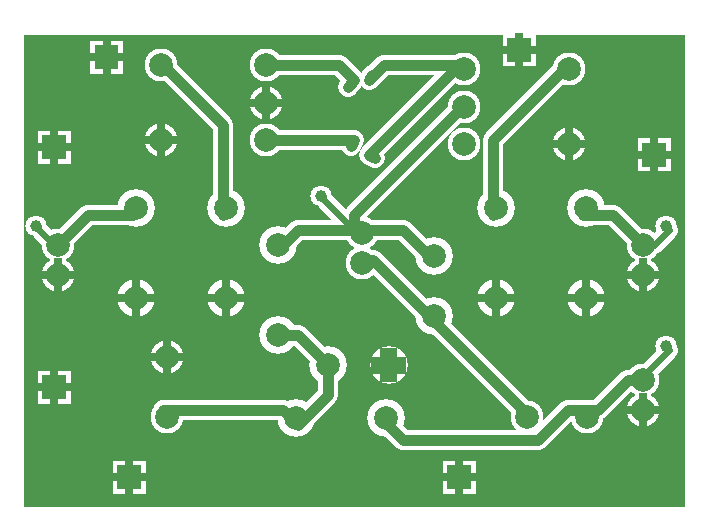
<source format=gbr>
%FSLAX34Y34*%
%MOMM*%
%LNCOPPER_BOTTOM*%
G71*
G01*
%ADD10C,2.800*%
%ADD11C,3.200*%
%ADD12C,2.800*%
%ADD13C,1.700*%
%ADD14C,1.800*%
%ADD15C,1.400*%
%ADD16C,0.680*%
%ADD17C,1.467*%
%ADD18C,0.667*%
%ADD19C,2.000*%
%ADD20C,2.000*%
%ADD21C,0.900*%
%ADD22C,4.300*%
%ADD23C,1.000*%
%ADD24C,0.600*%
%LPD*%
G36*
X-279400Y165100D02*
X280600Y165100D01*
X280600Y-234900D01*
X-279400Y-234900D01*
X-279400Y165100D01*
G37*
%LPC*%
X6350Y-3050D02*
G54D10*
D03*
X6350Y-28450D02*
G54D10*
D03*
X-158750Y-107950D02*
G54D10*
D03*
X-158750Y-158750D02*
G54D10*
D03*
X146050Y-158750D02*
G54D10*
D03*
X196850Y-158750D02*
G54D10*
D03*
X-64083Y-13184D02*
G54D11*
D03*
X-64133Y-89434D02*
G54D11*
D03*
X-64083Y-13184D02*
G54D12*
D03*
X67931Y-22198D02*
G54D11*
D03*
X68043Y-73179D02*
G54D11*
D03*
X67931Y-22198D02*
G54D12*
D03*
X29203Y-114626D02*
G54D11*
D03*
X-21778Y-114739D02*
G54D11*
D03*
X29203Y-114626D02*
G54D12*
D03*
X27416Y-159362D02*
G54D11*
D03*
X-48834Y-159312D02*
G54D11*
D03*
X27416Y-159361D02*
G54D12*
D03*
X-184733Y18566D02*
G54D11*
D03*
X-184783Y-57684D02*
G54D11*
D03*
X-184733Y18566D02*
G54D12*
D03*
X-108542Y18492D02*
G54D11*
D03*
X-184792Y18542D02*
G54D11*
D03*
X-108542Y18492D02*
G54D12*
D03*
X-108542Y18492D02*
G54D11*
D03*
X-108592Y-57758D02*
G54D11*
D03*
X-108542Y18492D02*
G54D12*
D03*
X120067Y18566D02*
G54D11*
D03*
X120017Y-57684D02*
G54D11*
D03*
X120067Y18566D02*
G54D12*
D03*
X196258Y18492D02*
G54D11*
D03*
X120008Y18542D02*
G54D11*
D03*
X196258Y18492D02*
G54D12*
D03*
X196258Y18492D02*
G54D11*
D03*
X196208Y-57758D02*
G54D11*
D03*
X196258Y18492D02*
G54D12*
D03*
X-250377Y-13139D02*
G54D10*
D03*
X-250377Y-38539D02*
G54D10*
D03*
X244923Y-13139D02*
G54D10*
D03*
X244923Y-38539D02*
G54D10*
D03*
G54D13*
X244923Y-13139D02*
X219523Y12261D01*
X194123Y12261D01*
X196258Y18492D01*
G54D13*
X27416Y-159361D02*
X29023Y-165539D01*
X41723Y-178239D01*
X156023Y-178239D01*
X181423Y-152839D01*
X194123Y-152839D01*
X196850Y-158750D01*
G54D13*
X68043Y-73179D02*
X67123Y-76639D01*
X143323Y-152839D01*
X146050Y-158750D01*
G54D13*
X68043Y-73179D02*
X67123Y-76639D01*
X16323Y-25839D01*
X3623Y-25839D01*
X6350Y-28450D01*
G54D13*
X67931Y-22198D02*
X67123Y-25839D01*
X41723Y-439D01*
X3623Y-439D01*
X6350Y-3050D01*
G54D13*
X-64083Y-13184D02*
X-59877Y-13139D01*
X-47177Y-439D01*
X3623Y-439D01*
X6350Y-3050D01*
G54D13*
X-21778Y-114739D02*
X-21777Y-114739D01*
X-47177Y-89339D01*
X-59877Y-89339D01*
X-64133Y-89434D01*
G54D13*
X-48834Y-159312D02*
X-47177Y-165539D01*
X-59877Y-152839D01*
X-161477Y-152839D01*
X-158750Y-158750D01*
X244923Y-127439D02*
G54D10*
D03*
X244923Y-152839D02*
G54D10*
D03*
G54D13*
X244923Y-127439D02*
X232223Y-127439D01*
X206823Y-152839D01*
X194123Y-152839D01*
X196850Y-158750D01*
X-163150Y139173D02*
G54D10*
D03*
X-163150Y75673D02*
G54D10*
D03*
X-74250Y139173D02*
G54D10*
D03*
X-74250Y107423D02*
G54D10*
D03*
X-74250Y75673D02*
G54D10*
D03*
X182290Y72380D02*
G54D10*
D03*
X182290Y135880D02*
G54D10*
D03*
X93390Y72380D02*
G54D10*
D03*
X93390Y104130D02*
G54D10*
D03*
X93390Y135880D02*
G54D10*
D03*
G54D13*
X-250377Y-13139D02*
X-224977Y12261D01*
X-186877Y12261D01*
X-184792Y18542D01*
G54D13*
X-163150Y139173D02*
X-161477Y139261D01*
X-110677Y88461D01*
X-110677Y12261D01*
X-108542Y18492D01*
G54D13*
X182290Y135880D02*
X181423Y139261D01*
X117923Y75761D01*
X117923Y12261D01*
X120008Y18542D01*
G54D13*
X-48834Y-159312D02*
X-47177Y-165539D01*
X-21777Y-140139D01*
X-21777Y-114739D01*
X-21778Y-114739D01*
G36*
X-268000Y83900D02*
X-240000Y83900D01*
X-240000Y55900D01*
X-268000Y55900D01*
X-268000Y83900D01*
G37*
G36*
X-268000Y-119300D02*
X-240000Y-119300D01*
X-240000Y-147300D01*
X-268000Y-147300D01*
X-268000Y-119300D01*
G37*
G36*
X-204500Y-195500D02*
X-176500Y-195500D01*
X-176500Y-223500D01*
X-204500Y-223500D01*
X-204500Y-195500D01*
G37*
G36*
X74900Y-195500D02*
X102900Y-195500D01*
X102900Y-223500D01*
X74900Y-223500D01*
X74900Y-195500D01*
G37*
G36*
X125700Y166450D02*
X153700Y166450D01*
X153700Y138450D01*
X125700Y138450D01*
X125700Y166450D01*
G37*
G36*
X-223550Y160100D02*
X-195550Y160100D01*
X-195550Y132100D01*
X-223550Y132100D01*
X-223550Y160100D01*
G37*
G36*
X240000Y77550D02*
X268000Y77550D01*
X268000Y49550D01*
X240000Y49550D01*
X240000Y77550D01*
G37*
G54D13*
X-2488Y70530D02*
X0Y76200D01*
X-76200Y76200D01*
X-74250Y75673D01*
G54D13*
X-5033Y121144D02*
X0Y127000D01*
X-12700Y139700D01*
X-76200Y139700D01*
X-74250Y139173D01*
G54D13*
X17512Y60530D02*
X12700Y63500D01*
X88900Y139700D01*
X93390Y135880D01*
G54D13*
X14967Y131144D02*
X12700Y127000D01*
X25400Y139700D01*
X88900Y139700D01*
X93390Y135880D01*
G54D13*
X93390Y104130D02*
X88900Y101600D01*
X0Y12700D01*
X0Y0D01*
X6350Y-3050D01*
X-269100Y3010D02*
G54D14*
D03*
X264300Y3010D02*
G54D14*
D03*
X-27800Y28410D02*
G54D14*
D03*
X264300Y-98590D02*
G54D14*
D03*
G54D15*
X-269100Y3010D02*
X-266700Y0D01*
X-254000Y-12700D01*
X-247650Y-12700D01*
X-250377Y-13139D01*
G54D15*
X-27800Y28410D02*
X-25400Y25400D01*
X0Y0D01*
X6350Y0D01*
X6350Y-3050D01*
G54D15*
X264300Y3010D02*
X266700Y0D01*
X254000Y-12700D01*
X247650Y-12700D01*
X244923Y-13139D01*
G54D15*
X264300Y-98590D02*
X266700Y-101600D01*
X247650Y-120650D01*
X247650Y-127000D01*
X244923Y-127439D01*
%LPD*%
G54D16*
G36*
X-158750Y-104550D02*
X-144250Y-104550D01*
X-144250Y-111350D01*
X-158750Y-111350D01*
X-158750Y-104550D01*
G37*
G36*
X-155350Y-107950D02*
X-155350Y-122450D01*
X-162150Y-122450D01*
X-162150Y-107950D01*
X-155350Y-107950D01*
G37*
G36*
X-158750Y-111350D02*
X-173250Y-111350D01*
X-173250Y-104550D01*
X-158750Y-104550D01*
X-158750Y-111350D01*
G37*
G36*
X-162150Y-107950D02*
X-162150Y-93450D01*
X-155350Y-93450D01*
X-155350Y-107950D01*
X-162150Y-107950D01*
G37*
G54D17*
G36*
X21870Y-114626D02*
X21870Y-100126D01*
X36536Y-100126D01*
X36536Y-114626D01*
X21870Y-114626D01*
G37*
G36*
X29203Y-107293D02*
X43703Y-107293D01*
X43703Y-121960D01*
X29203Y-121960D01*
X29203Y-107293D01*
G37*
G36*
X36536Y-114626D02*
X36536Y-129126D01*
X21870Y-129126D01*
X21870Y-114626D01*
X36536Y-114626D01*
G37*
G36*
X29203Y-121960D02*
X14703Y-121960D01*
X14703Y-107293D01*
X29203Y-107293D01*
X29203Y-121960D01*
G37*
G54D18*
G36*
X-184783Y-54351D02*
X-168283Y-54351D01*
X-168283Y-61017D01*
X-184783Y-61017D01*
X-184783Y-54351D01*
G37*
G36*
X-181450Y-57684D02*
X-181450Y-74184D01*
X-188116Y-74184D01*
X-188116Y-57684D01*
X-181450Y-57684D01*
G37*
G36*
X-184783Y-61017D02*
X-201283Y-61017D01*
X-201283Y-54351D01*
X-184783Y-54351D01*
X-184783Y-61017D01*
G37*
G36*
X-188116Y-57684D02*
X-188116Y-41184D01*
X-181450Y-41184D01*
X-181450Y-57684D01*
X-188116Y-57684D01*
G37*
G54D16*
G36*
X-108592Y-54358D02*
X-92092Y-54358D01*
X-92092Y-61158D01*
X-108592Y-61158D01*
X-108592Y-54358D01*
G37*
G36*
X-105192Y-57758D02*
X-105192Y-74258D01*
X-111992Y-74258D01*
X-111992Y-57758D01*
X-105192Y-57758D01*
G37*
G36*
X-108592Y-61158D02*
X-125092Y-61158D01*
X-125092Y-54358D01*
X-108592Y-54358D01*
X-108592Y-61158D01*
G37*
G36*
X-111992Y-57758D02*
X-111992Y-41258D01*
X-105192Y-41258D01*
X-105192Y-57758D01*
X-111992Y-57758D01*
G37*
G54D18*
G36*
X120017Y-54351D02*
X136517Y-54351D01*
X136517Y-61017D01*
X120017Y-61017D01*
X120017Y-54351D01*
G37*
G36*
X123350Y-57684D02*
X123350Y-74184D01*
X116684Y-74184D01*
X116684Y-57684D01*
X123350Y-57684D01*
G37*
G36*
X120017Y-61017D02*
X103517Y-61017D01*
X103517Y-54351D01*
X120017Y-54351D01*
X120017Y-61017D01*
G37*
G36*
X116684Y-57684D02*
X116684Y-41184D01*
X123350Y-41184D01*
X123350Y-57684D01*
X116684Y-57684D01*
G37*
G54D16*
G36*
X196208Y-54358D02*
X212708Y-54358D01*
X212708Y-61158D01*
X196208Y-61158D01*
X196208Y-54358D01*
G37*
G36*
X199608Y-57758D02*
X199608Y-74258D01*
X192808Y-74258D01*
X192808Y-57758D01*
X199608Y-57758D01*
G37*
G36*
X196208Y-61158D02*
X179708Y-61158D01*
X179708Y-54358D01*
X196208Y-54358D01*
X196208Y-61158D01*
G37*
G36*
X192808Y-57758D02*
X192808Y-41258D01*
X199608Y-41258D01*
X199608Y-57758D01*
X192808Y-57758D01*
G37*
G54D18*
G36*
X-253710Y-38539D02*
X-253710Y-24039D01*
X-247044Y-24039D01*
X-247044Y-38539D01*
X-253710Y-38539D01*
G37*
G36*
X-250377Y-35206D02*
X-235877Y-35206D01*
X-235877Y-41872D01*
X-250377Y-41872D01*
X-250377Y-35206D01*
G37*
G36*
X-247044Y-38539D02*
X-247044Y-53039D01*
X-253710Y-53039D01*
X-253710Y-38539D01*
X-247044Y-38539D01*
G37*
G36*
X-250377Y-41872D02*
X-264877Y-41872D01*
X-264877Y-35206D01*
X-250377Y-35206D01*
X-250377Y-41872D01*
G37*
G54D18*
G36*
X241590Y-38539D02*
X241590Y-24039D01*
X248256Y-24039D01*
X248256Y-38539D01*
X241590Y-38539D01*
G37*
G36*
X244923Y-35206D02*
X259423Y-35206D01*
X259423Y-41872D01*
X244923Y-41872D01*
X244923Y-35206D01*
G37*
G36*
X248256Y-38539D02*
X248256Y-53039D01*
X241590Y-53039D01*
X241590Y-38539D01*
X248256Y-38539D01*
G37*
G36*
X244923Y-41872D02*
X230423Y-41872D01*
X230423Y-35206D01*
X244923Y-35206D01*
X244923Y-41872D01*
G37*
G54D18*
G36*
X241590Y-152839D02*
X241590Y-138339D01*
X248256Y-138339D01*
X248256Y-152839D01*
X241590Y-152839D01*
G37*
G36*
X244923Y-149506D02*
X259423Y-149506D01*
X259423Y-156172D01*
X244923Y-156172D01*
X244923Y-149506D01*
G37*
G36*
X248256Y-152839D02*
X248256Y-167339D01*
X241590Y-167339D01*
X241590Y-152839D01*
X248256Y-152839D01*
G37*
G36*
X244923Y-156172D02*
X230423Y-156172D01*
X230423Y-149506D01*
X244923Y-149506D01*
X244923Y-156172D01*
G37*
G54D18*
G36*
X-166483Y75673D02*
X-166483Y90173D01*
X-159817Y90173D01*
X-159817Y75673D01*
X-166483Y75673D01*
G37*
G36*
X-163150Y79006D02*
X-148650Y79006D01*
X-148650Y72340D01*
X-163150Y72340D01*
X-163150Y79006D01*
G37*
G36*
X-159817Y75673D02*
X-159817Y61173D01*
X-166483Y61173D01*
X-166483Y75673D01*
X-159817Y75673D01*
G37*
G36*
X-163150Y72340D02*
X-177650Y72340D01*
X-177650Y79006D01*
X-163150Y79006D01*
X-163150Y72340D01*
G37*
G54D18*
G36*
X-77583Y107423D02*
X-77583Y121923D01*
X-70917Y121923D01*
X-70917Y107423D01*
X-77583Y107423D01*
G37*
G36*
X-74250Y110756D02*
X-59750Y110756D01*
X-59750Y104090D01*
X-74250Y104090D01*
X-74250Y110756D01*
G37*
G36*
X-70917Y107423D02*
X-70917Y92923D01*
X-77583Y92923D01*
X-77583Y107423D01*
X-70917Y107423D01*
G37*
G36*
X-74250Y104090D02*
X-88750Y104090D01*
X-88750Y110756D01*
X-74250Y110756D01*
X-74250Y104090D01*
G37*
G54D18*
G36*
X185623Y72380D02*
X185623Y57880D01*
X178957Y57880D01*
X178957Y72380D01*
X185623Y72380D01*
G37*
G36*
X182290Y69047D02*
X167790Y69047D01*
X167790Y75713D01*
X182290Y75713D01*
X182290Y69047D01*
G37*
G36*
X178957Y72380D02*
X178957Y86880D01*
X185623Y86880D01*
X185623Y72380D01*
X178957Y72380D01*
G37*
G36*
X182290Y75713D02*
X196790Y75713D01*
X196790Y69047D01*
X182290Y69047D01*
X182290Y75713D01*
G37*
G54D18*
G36*
X-257333Y69900D02*
X-257333Y84400D01*
X-250667Y84400D01*
X-250667Y69900D01*
X-257333Y69900D01*
G37*
G36*
X-254000Y73233D02*
X-239500Y73233D01*
X-239500Y66567D01*
X-254000Y66567D01*
X-254000Y73233D01*
G37*
G36*
X-250667Y69900D02*
X-250667Y55400D01*
X-257333Y55400D01*
X-257333Y69900D01*
X-250667Y69900D01*
G37*
G36*
X-254000Y66567D02*
X-268500Y66567D01*
X-268500Y73233D01*
X-254000Y73233D01*
X-254000Y66567D01*
G37*
G54D18*
G36*
X-257333Y-133300D02*
X-257333Y-118800D01*
X-250667Y-118800D01*
X-250667Y-133300D01*
X-257333Y-133300D01*
G37*
G36*
X-254000Y-129967D02*
X-239500Y-129967D01*
X-239500Y-136633D01*
X-254000Y-136633D01*
X-254000Y-129967D01*
G37*
G36*
X-250667Y-133300D02*
X-250667Y-147800D01*
X-257333Y-147800D01*
X-257333Y-133300D01*
X-250667Y-133300D01*
G37*
G36*
X-254000Y-136633D02*
X-268500Y-136633D01*
X-268500Y-129967D01*
X-254000Y-129967D01*
X-254000Y-136633D01*
G37*
G54D18*
G36*
X-193833Y-209500D02*
X-193833Y-195000D01*
X-187167Y-195000D01*
X-187167Y-209500D01*
X-193833Y-209500D01*
G37*
G36*
X-190500Y-206167D02*
X-176000Y-206167D01*
X-176000Y-212833D01*
X-190500Y-212833D01*
X-190500Y-206167D01*
G37*
G36*
X-187167Y-209500D02*
X-187167Y-224000D01*
X-193833Y-224000D01*
X-193833Y-209500D01*
X-187167Y-209500D01*
G37*
G36*
X-190500Y-212833D02*
X-205000Y-212833D01*
X-205000Y-206167D01*
X-190500Y-206167D01*
X-190500Y-212833D01*
G37*
G54D18*
G36*
X85567Y-209500D02*
X85567Y-195000D01*
X92233Y-195000D01*
X92233Y-209500D01*
X85567Y-209500D01*
G37*
G36*
X88900Y-206167D02*
X103400Y-206167D01*
X103400Y-212833D01*
X88900Y-212833D01*
X88900Y-206167D01*
G37*
G36*
X92233Y-209500D02*
X92233Y-224000D01*
X85567Y-224000D01*
X85567Y-209500D01*
X92233Y-209500D01*
G37*
G36*
X88900Y-212833D02*
X74400Y-212833D01*
X74400Y-206167D01*
X88900Y-206167D01*
X88900Y-212833D01*
G37*
G54D18*
G36*
X136367Y152450D02*
X136367Y166950D01*
X143033Y166950D01*
X143033Y152450D01*
X136367Y152450D01*
G37*
G36*
X139700Y155783D02*
X154200Y155783D01*
X154200Y149117D01*
X139700Y149117D01*
X139700Y155783D01*
G37*
G36*
X143033Y152450D02*
X143033Y137950D01*
X136367Y137950D01*
X136367Y152450D01*
X143033Y152450D01*
G37*
G36*
X139700Y149117D02*
X125200Y149117D01*
X125200Y155783D01*
X139700Y155783D01*
X139700Y149117D01*
G37*
G54D18*
G36*
X-212883Y146100D02*
X-212883Y160600D01*
X-206217Y160600D01*
X-206217Y146100D01*
X-212883Y146100D01*
G37*
G36*
X-209550Y149433D02*
X-195050Y149433D01*
X-195050Y142767D01*
X-209550Y142767D01*
X-209550Y149433D01*
G37*
G36*
X-206217Y146100D02*
X-206217Y131600D01*
X-212883Y131600D01*
X-212883Y146100D01*
X-206217Y146100D01*
G37*
G36*
X-209550Y142767D02*
X-224050Y142767D01*
X-224050Y149433D01*
X-209550Y149433D01*
X-209550Y142767D01*
G37*
G54D18*
G36*
X250667Y63550D02*
X250667Y78050D01*
X257333Y78050D01*
X257333Y63550D01*
X250667Y63550D01*
G37*
G36*
X254000Y66883D02*
X268500Y66883D01*
X268500Y60217D01*
X254000Y60217D01*
X254000Y66883D01*
G37*
G36*
X257333Y63550D02*
X257333Y49050D01*
X250667Y49050D01*
X250667Y63550D01*
X257333Y63550D01*
G37*
G36*
X254000Y60217D02*
X239500Y60217D01*
X239500Y66883D01*
X254000Y66883D01*
X254000Y60217D01*
G37*
X6350Y-3050D02*
G54D19*
D03*
X6350Y-28450D02*
G54D19*
D03*
X-158750Y-107950D02*
G54D19*
D03*
X-158750Y-158750D02*
G54D19*
D03*
X146050Y-158750D02*
G54D19*
D03*
X196850Y-158750D02*
G54D19*
D03*
X-64083Y-13184D02*
G54D19*
D03*
X-64133Y-89434D02*
G54D19*
D03*
X-64083Y-13184D02*
G54D20*
D03*
X67931Y-22198D02*
G54D19*
D03*
X68043Y-73179D02*
G54D19*
D03*
X67931Y-22198D02*
G54D20*
D03*
X29203Y-114626D02*
G54D19*
D03*
X-21778Y-114739D02*
G54D19*
D03*
X29203Y-114626D02*
G54D20*
D03*
X27416Y-159362D02*
G54D19*
D03*
X-48834Y-159312D02*
G54D19*
D03*
X27416Y-159361D02*
G54D20*
D03*
X-184733Y18566D02*
G54D19*
D03*
X-184783Y-57684D02*
G54D19*
D03*
X-184733Y18566D02*
G54D20*
D03*
X-108542Y18492D02*
G54D19*
D03*
X-184792Y18542D02*
G54D19*
D03*
X-108542Y18492D02*
G54D20*
D03*
X-108542Y18492D02*
G54D19*
D03*
X-108592Y-57758D02*
G54D19*
D03*
X-108542Y18492D02*
G54D20*
D03*
X120067Y18566D02*
G54D19*
D03*
X120017Y-57684D02*
G54D19*
D03*
X120067Y18566D02*
G54D20*
D03*
X196258Y18492D02*
G54D19*
D03*
X120008Y18542D02*
G54D19*
D03*
X196258Y18492D02*
G54D20*
D03*
X196258Y18492D02*
G54D19*
D03*
X196208Y-57758D02*
G54D19*
D03*
X196258Y18492D02*
G54D20*
D03*
X-250377Y-13139D02*
G54D19*
D03*
X-250377Y-38539D02*
G54D19*
D03*
X244923Y-13139D02*
G54D19*
D03*
X244923Y-38539D02*
G54D19*
D03*
G54D21*
X244923Y-13139D02*
X219523Y12261D01*
X194123Y12261D01*
X196258Y18492D01*
G54D21*
X27416Y-159361D02*
X29023Y-165539D01*
X41723Y-178239D01*
X156023Y-178239D01*
X181423Y-152839D01*
X194123Y-152839D01*
X196850Y-158750D01*
G54D21*
X68043Y-73179D02*
X67123Y-76639D01*
X143323Y-152839D01*
X146050Y-158750D01*
G54D21*
X68043Y-73179D02*
X67123Y-76639D01*
X16323Y-25839D01*
X3623Y-25839D01*
X6350Y-28450D01*
G54D21*
X67931Y-22198D02*
X67123Y-25839D01*
X41723Y-439D01*
X3623Y-439D01*
X6350Y-3050D01*
G54D21*
X-64083Y-13184D02*
X-59877Y-13139D01*
X-47177Y-439D01*
X3623Y-439D01*
X6350Y-3050D01*
G54D21*
X-21778Y-114739D02*
X-21777Y-114739D01*
X-47177Y-89339D01*
X-59877Y-89339D01*
X-64133Y-89434D01*
G54D21*
X-48834Y-159312D02*
X-47177Y-165539D01*
X-59877Y-152839D01*
X-161477Y-152839D01*
X-158750Y-158750D01*
X244923Y-127439D02*
G54D19*
D03*
X244923Y-152839D02*
G54D19*
D03*
G54D21*
X244923Y-127439D02*
X232223Y-127439D01*
X206823Y-152839D01*
X194123Y-152839D01*
X196850Y-158750D01*
X-163150Y139173D02*
G54D19*
D03*
X-163150Y75673D02*
G54D19*
D03*
X-74250Y139173D02*
G54D19*
D03*
X-74250Y107423D02*
G54D19*
D03*
X-74250Y75673D02*
G54D19*
D03*
X182290Y72380D02*
G54D19*
D03*
X182290Y135880D02*
G54D19*
D03*
X93390Y72380D02*
G54D19*
D03*
X93390Y104130D02*
G54D19*
D03*
X93390Y135880D02*
G54D19*
D03*
G54D21*
X-250377Y-13139D02*
X-224977Y12261D01*
X-186877Y12261D01*
X-184792Y18542D01*
G54D21*
X-163150Y139173D02*
X-161477Y139261D01*
X-110677Y88461D01*
X-110677Y12261D01*
X-108542Y18492D01*
G54D21*
X182290Y135880D02*
X181423Y139261D01*
X117923Y75761D01*
X117923Y12261D01*
X120008Y18542D01*
G54D21*
X-48834Y-159312D02*
X-47177Y-165539D01*
X-21777Y-140139D01*
X-21777Y-114739D01*
X-21778Y-114739D01*
X-254000Y127000D02*
G54D22*
D03*
X254000Y127000D02*
G54D22*
D03*
X-254000Y-203200D02*
G54D22*
D03*
X254000Y-203200D02*
G54D22*
D03*
G36*
X-264000Y79900D02*
X-244000Y79900D01*
X-244000Y59900D01*
X-264000Y59900D01*
X-264000Y79900D01*
G37*
G36*
X-264000Y-123300D02*
X-244000Y-123300D01*
X-244000Y-143300D01*
X-264000Y-143300D01*
X-264000Y-123300D01*
G37*
G36*
X-200500Y-199500D02*
X-180500Y-199500D01*
X-180500Y-219500D01*
X-200500Y-219500D01*
X-200500Y-199500D01*
G37*
G36*
X78900Y-199500D02*
X98900Y-199500D01*
X98900Y-219500D01*
X78900Y-219500D01*
X78900Y-199500D01*
G37*
G36*
X129700Y162450D02*
X149700Y162450D01*
X149700Y142450D01*
X129700Y142450D01*
X129700Y162450D01*
G37*
G36*
X-219550Y156100D02*
X-199550Y156100D01*
X-199550Y136100D01*
X-219550Y136100D01*
X-219550Y156100D01*
G37*
G36*
X244000Y73550D02*
X264000Y73550D01*
X264000Y53550D01*
X244000Y53550D01*
X244000Y73550D01*
G37*
G54D21*
X-2488Y70530D02*
X0Y76200D01*
X-76200Y76200D01*
X-74250Y75673D01*
G54D21*
X-5033Y121144D02*
X0Y127000D01*
X-12700Y139700D01*
X-76200Y139700D01*
X-74250Y139173D01*
G54D21*
X17512Y60530D02*
X12700Y63500D01*
X88900Y139700D01*
X93390Y135880D01*
G54D21*
X14967Y131144D02*
X12700Y127000D01*
X25400Y139700D01*
X88900Y139700D01*
X93390Y135880D01*
G54D21*
X93390Y104130D02*
X88900Y101600D01*
X0Y12700D01*
X0Y0D01*
X6350Y-3050D01*
X-269100Y3010D02*
G54D23*
D03*
X264300Y3010D02*
G54D23*
D03*
X-27800Y28410D02*
G54D23*
D03*
X264300Y-98590D02*
G54D23*
D03*
G54D24*
X-269100Y3010D02*
X-266700Y0D01*
X-254000Y-12700D01*
X-247650Y-12700D01*
X-250377Y-13139D01*
G54D24*
X-27800Y28410D02*
X-25400Y25400D01*
X0Y0D01*
X6350Y0D01*
X6350Y-3050D01*
G54D24*
X264300Y3010D02*
X266700Y0D01*
X254000Y-12700D01*
X247650Y-12700D01*
X244923Y-13139D01*
G54D24*
X264300Y-98590D02*
X266700Y-101600D01*
X247650Y-120650D01*
X247650Y-127000D01*
X244923Y-127439D01*
M02*

</source>
